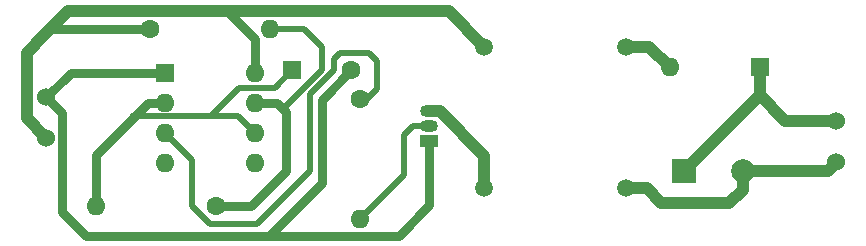
<source format=gbr>
%TF.GenerationSoftware,KiCad,Pcbnew,(6.0.4)*%
%TF.CreationDate,2022-07-28T15:31:58-04:00*%
%TF.ProjectId,flyback,666c7962-6163-46b2-9e6b-696361645f70,rev?*%
%TF.SameCoordinates,Original*%
%TF.FileFunction,Copper,L1,Top*%
%TF.FilePolarity,Positive*%
%FSLAX46Y46*%
G04 Gerber Fmt 4.6, Leading zero omitted, Abs format (unit mm)*
G04 Created by KiCad (PCBNEW (6.0.4)) date 2022-07-28 15:31:58*
%MOMM*%
%LPD*%
G01*
G04 APERTURE LIST*
%TA.AperFunction,ComponentPad*%
%ADD10O,1.600000X1.600000*%
%TD*%
%TA.AperFunction,ComponentPad*%
%ADD11R,1.600000X1.600000*%
%TD*%
%TA.AperFunction,ComponentPad*%
%ADD12C,1.500000*%
%TD*%
%TA.AperFunction,ComponentPad*%
%ADD13C,1.600000*%
%TD*%
%TA.AperFunction,ComponentPad*%
%ADD14R,1.500000X1.050000*%
%TD*%
%TA.AperFunction,ComponentPad*%
%ADD15O,1.500000X1.050000*%
%TD*%
%TA.AperFunction,ComponentPad*%
%ADD16C,1.524000*%
%TD*%
%TA.AperFunction,ComponentPad*%
%ADD17R,2.000000X2.000000*%
%TD*%
%TA.AperFunction,ComponentPad*%
%ADD18C,2.000000*%
%TD*%
%TA.AperFunction,Conductor*%
%ADD19C,1.000000*%
%TD*%
%TA.AperFunction,Conductor*%
%ADD20C,0.750000*%
%TD*%
%TA.AperFunction,Conductor*%
%ADD21C,0.500000*%
%TD*%
G04 APERTURE END LIST*
D10*
%TO.P,U1,8,VCC*%
%TO.N,VCC*%
X150820000Y-91200000D03*
%TO.P,U1,7,DIS*%
%TO.N,Net-(U1-Pad7)*%
X150820000Y-93740000D03*
%TO.P,U1,6,THR*%
%TO.N,Net-(U1-Pad6)*%
X150820000Y-96280000D03*
%TO.P,U1,5,CV*%
%TO.N,unconnected-(U1-Pad5)*%
X150820000Y-98820000D03*
%TO.P,U1,4,R*%
%TO.N,unconnected-(U1-Pad4)*%
X143200000Y-98820000D03*
%TO.P,U1,3,Q*%
%TO.N,Net-(R3-Pad1)*%
X143200000Y-96280000D03*
%TO.P,U1,2,TR*%
%TO.N,Net-(U1-Pad6)*%
X143200000Y-93740000D03*
D11*
%TO.P,U1,1,GND*%
%TO.N,GND*%
X143200000Y-91200000D03*
%TD*%
D12*
%TO.P,T1,1,AA*%
%TO.N,VCC*%
X170250000Y-89000000D03*
%TO.P,T1,2,AB*%
%TO.N,Net-(Q1-Pad3)*%
X170250000Y-101000000D03*
%TO.P,T1,3,SA*%
%TO.N,Net-(C2-Pad2)*%
X182250000Y-101000000D03*
%TO.P,T1,4,SB*%
%TO.N,Net-(D1-Pad2)*%
X182250000Y-89000000D03*
%TD*%
D13*
%TO.P,R3,1*%
%TO.N,Net-(R3-Pad1)*%
X159750000Y-93420000D03*
D10*
%TO.P,R3,2*%
%TO.N,Net-(Q1-Pad2)*%
X159750000Y-103580000D03*
%TD*%
D13*
%TO.P,R2,1*%
%TO.N,Net-(U1-Pad7)*%
X147500000Y-102500000D03*
D10*
%TO.P,R2,2*%
%TO.N,Net-(U1-Pad6)*%
X137340000Y-102500000D03*
%TD*%
D13*
%TO.P,R1,1*%
%TO.N,VCC*%
X141920000Y-87500000D03*
D10*
%TO.P,R1,2*%
%TO.N,Net-(U1-Pad7)*%
X152080000Y-87500000D03*
%TD*%
D14*
%TO.P,Q1,1,E*%
%TO.N,GND*%
X165610000Y-97020000D03*
D15*
%TO.P,Q1,2,B*%
%TO.N,Net-(Q1-Pad2)*%
X165610000Y-95750000D03*
%TO.P,Q1,3,C*%
%TO.N,Net-(Q1-Pad3)*%
X165610000Y-94480000D03*
%TD*%
D16*
%TO.P,J2,2,Pin_2*%
%TO.N,Net-(C2-Pad2)*%
X200075000Y-98750000D03*
%TO.P,J2,1,Pin_1*%
%TO.N,Net-(D1-Pad1)*%
X200075000Y-95250000D03*
%TD*%
%TO.P,J1,1,Pin_1*%
%TO.N,VCC*%
X133175000Y-96750000D03*
%TO.P,J1,2,Pin_2*%
%TO.N,GND*%
X133175000Y-93250000D03*
%TD*%
D10*
%TO.P,D1,2,A*%
%TO.N,Net-(D1-Pad2)*%
X185940000Y-90750000D03*
D11*
%TO.P,D1,1,K*%
%TO.N,Net-(D1-Pad1)*%
X193560000Y-90750000D03*
%TD*%
D17*
%TO.P,C2,1*%
%TO.N,Net-(D1-Pad1)*%
X187132323Y-99500000D03*
D18*
%TO.P,C2,2*%
%TO.N,Net-(C2-Pad2)*%
X192132323Y-99500000D03*
%TD*%
D13*
%TO.P,C1,2*%
%TO.N,GND*%
X159000000Y-91000000D03*
D11*
%TO.P,C1,1*%
%TO.N,Net-(U1-Pad6)*%
X154000000Y-91000000D03*
%TD*%
D19*
%TO.N,Net-(D1-Pad1)*%
X195737677Y-95250000D02*
X193560000Y-93072323D01*
X200075000Y-95250000D02*
X195737677Y-95250000D01*
%TO.N,Net-(C2-Pad2)*%
X199325000Y-99500000D02*
X200075000Y-98750000D01*
X192132323Y-99500000D02*
X199325000Y-99500000D01*
X191000000Y-102250000D02*
X192132323Y-101117677D01*
X185250000Y-102250000D02*
X191000000Y-102250000D01*
X184000000Y-101000000D02*
X185250000Y-102250000D01*
X192132323Y-101117677D02*
X192132323Y-99500000D01*
X182250000Y-101000000D02*
X184000000Y-101000000D01*
%TO.N,Net-(D1-Pad1)*%
X193560000Y-93072323D02*
X187132323Y-99500000D01*
X193560000Y-90750000D02*
X193560000Y-93072323D01*
%TO.N,Net-(D1-Pad2)*%
X184190000Y-89000000D02*
X185940000Y-90750000D01*
X182250000Y-89000000D02*
X184190000Y-89000000D01*
%TO.N,VCC*%
X167250000Y-86000000D02*
X170250000Y-89000000D01*
X148500000Y-86000000D02*
X167250000Y-86000000D01*
%TO.N,Net-(Q1-Pad3)*%
X170250000Y-98250000D02*
X170250000Y-101000000D01*
X165610000Y-94480000D02*
X166480000Y-94480000D01*
X166480000Y-94480000D02*
X170250000Y-98250000D01*
D20*
%TO.N,GND*%
X165610000Y-102390000D02*
X165610000Y-97020000D01*
X163000000Y-105000000D02*
X165610000Y-102390000D01*
D21*
%TO.N,Net-(Q1-Pad2)*%
X164250000Y-95750000D02*
X165610000Y-95750000D01*
X163500000Y-96500000D02*
X164250000Y-95750000D01*
X163500000Y-99830000D02*
X163500000Y-96500000D01*
X159750000Y-103580000D02*
X163500000Y-99830000D01*
D20*
%TO.N,GND*%
X152000000Y-105000000D02*
X163000000Y-105000000D01*
D21*
%TO.N,Net-(R3-Pad1)*%
X145500000Y-98580000D02*
X143200000Y-96280000D01*
X145500000Y-102500000D02*
X145500000Y-98580000D01*
X151000000Y-104000000D02*
X147000000Y-104000000D01*
X155500000Y-99500000D02*
X151000000Y-104000000D01*
X155500000Y-93000000D02*
X155500000Y-99500000D01*
X157500000Y-90000000D02*
X157500000Y-91000000D01*
X157500000Y-91000000D02*
X155500000Y-93000000D01*
X158000000Y-89500000D02*
X157500000Y-90000000D01*
X161170000Y-90170000D02*
X160500000Y-89500000D01*
X160500000Y-89500000D02*
X158000000Y-89500000D01*
X161170000Y-92580000D02*
X161170000Y-90170000D01*
X160330000Y-93420000D02*
X161170000Y-92580000D01*
X159750000Y-93420000D02*
X160330000Y-93420000D01*
X147000000Y-104000000D02*
X145500000Y-102500000D01*
%TO.N,Net-(U1-Pad7)*%
X156500000Y-90999022D02*
X153499022Y-94000000D01*
X156500000Y-89000000D02*
X156500000Y-90999022D01*
X155000000Y-87500000D02*
X156500000Y-89000000D01*
X153499022Y-94000000D02*
X153000000Y-94000000D01*
X152080000Y-87500000D02*
X155000000Y-87500000D01*
D20*
%TO.N,VCC*%
X133500000Y-87500000D02*
X133250000Y-87750000D01*
X141920000Y-87500000D02*
X133500000Y-87500000D01*
%TO.N,Net-(U1-Pad7)*%
X153500000Y-99500000D02*
X153500000Y-94500000D01*
X153500000Y-94500000D02*
X152740000Y-93740000D01*
X152740000Y-93740000D02*
X150820000Y-93740000D01*
X147500000Y-102500000D02*
X150500000Y-102500000D01*
X150500000Y-102500000D02*
X153500000Y-99500000D01*
D19*
%TO.N,VCC*%
X133000000Y-88000000D02*
X131500000Y-89500000D01*
X133250000Y-87750000D02*
X133000000Y-88000000D01*
X135000000Y-86000000D02*
X133250000Y-87750000D01*
D20*
%TO.N,GND*%
X134511511Y-94586511D02*
X133175000Y-93250000D01*
X134500000Y-102000000D02*
X134511511Y-101988489D01*
X152000000Y-105000000D02*
X136500000Y-105000000D01*
X136500000Y-105000000D02*
X134500000Y-103000000D01*
X156500000Y-100500000D02*
X152000000Y-105000000D01*
X134500000Y-103000000D02*
X134500000Y-102000000D01*
X134511511Y-101988489D02*
X134511511Y-94586511D01*
X156500000Y-93500000D02*
X156500000Y-100500000D01*
X159000000Y-91000000D02*
X156500000Y-93500000D01*
D21*
%TO.N,Net-(U1-Pad6)*%
X149509511Y-92490489D02*
X147094511Y-94905489D01*
X154000000Y-91000000D02*
X152509511Y-92490489D01*
X147094511Y-94905489D02*
X149445489Y-94905489D01*
X152509511Y-92490489D02*
X149509511Y-92490489D01*
X140594511Y-94905489D02*
X147094511Y-94905489D01*
D20*
X140500000Y-95000000D02*
X140594511Y-94905489D01*
D21*
X149445489Y-94905489D02*
X150820000Y-96280000D01*
D20*
X140500000Y-95000000D02*
X137340000Y-98160000D01*
X141760000Y-93740000D02*
X140500000Y-95000000D01*
X137340000Y-98160000D02*
X137340000Y-102500000D01*
X143200000Y-93740000D02*
X141760000Y-93740000D01*
D19*
%TO.N,VCC*%
X131500000Y-89500000D02*
X131500000Y-92500000D01*
X148500000Y-86000000D02*
X135000000Y-86000000D01*
D20*
X150820000Y-88320000D02*
X148500000Y-86000000D01*
D19*
X131500000Y-92500000D02*
X131500000Y-95075000D01*
D20*
X150820000Y-91200000D02*
X150820000Y-88320000D01*
X131500000Y-92000000D02*
X131500000Y-92500000D01*
D19*
X131500000Y-95075000D02*
X133175000Y-96750000D01*
D20*
%TO.N,GND*%
X135225000Y-91200000D02*
X133175000Y-93250000D01*
X143200000Y-91200000D02*
X135225000Y-91200000D01*
%TD*%
M02*

</source>
